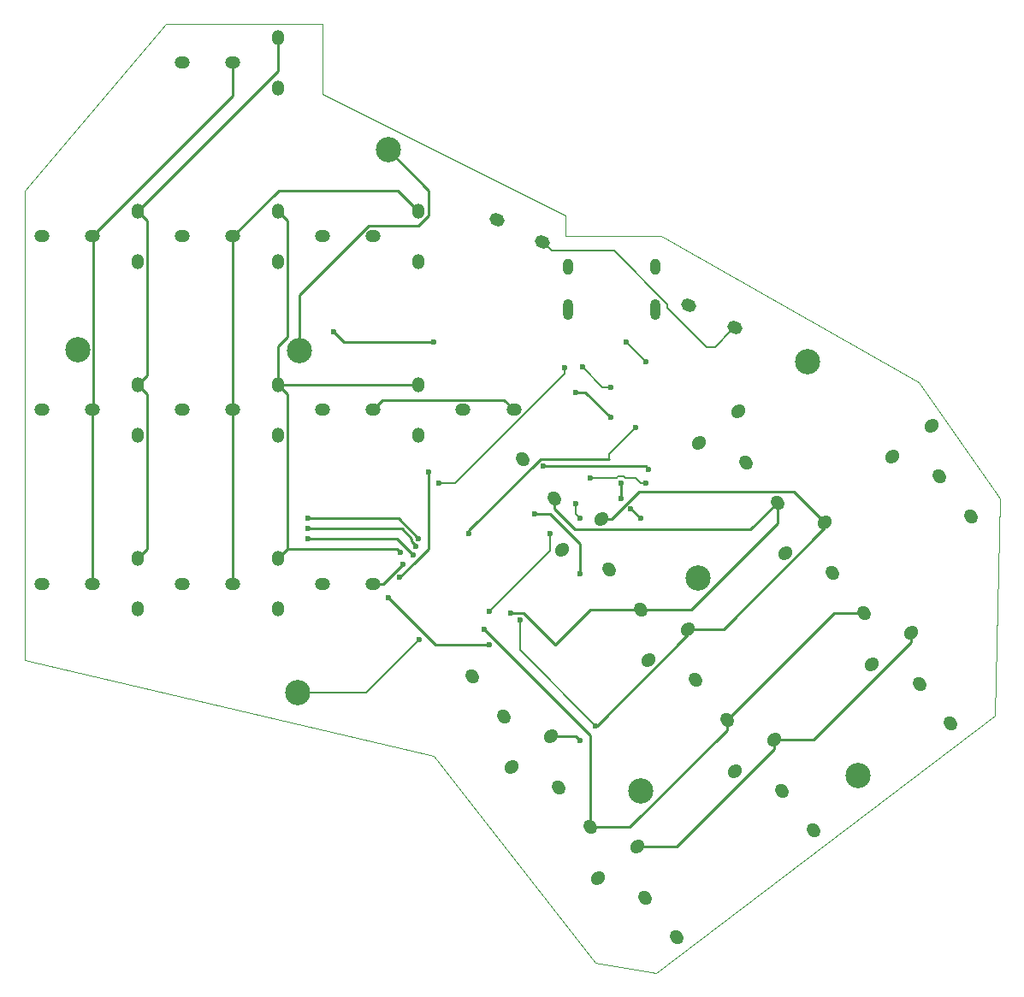
<source format=gbl>
G04 #@! TF.GenerationSoftware,KiCad,Pcbnew,8.0.4*
G04 #@! TF.CreationDate,2024-08-15T05:56:15-07:00*
G04 #@! TF.ProjectId,fixer-otg,66697865-722d-46f7-9467-2e6b69636164,rev?*
G04 #@! TF.SameCoordinates,Original*
G04 #@! TF.FileFunction,Copper,L2,Bot*
G04 #@! TF.FilePolarity,Positive*
%FSLAX46Y46*%
G04 Gerber Fmt 4.6, Leading zero omitted, Abs format (unit mm)*
G04 Created by KiCad (PCBNEW 8.0.4) date 2024-08-15 05:56:15*
%MOMM*%
%LPD*%
G01*
G04 APERTURE LIST*
G04 Aperture macros list*
%AMHorizOval*
0 Thick line with rounded ends*
0 $1 width*
0 $2 $3 position (X,Y) of the first rounded end (center of the circle)*
0 $4 $5 position (X,Y) of the second rounded end (center of the circle)*
0 Add line between two ends*
20,1,$1,$2,$3,$4,$5,0*
0 Add two circle primitives to create the rounded ends*
1,1,$1,$2,$3*
1,1,$1,$4,$5*%
G04 Aperture macros list end*
G04 #@! TA.AperFunction,ComponentPad*
%ADD10O,1.224000X1.524000*%
G04 #@! TD*
G04 #@! TA.AperFunction,ComponentPad*
%ADD11HorizOval,1.224000X0.118202X0.092349X-0.118202X-0.092349X0*%
G04 #@! TD*
G04 #@! TA.AperFunction,ComponentPad*
%ADD12O,1.524000X1.224000*%
G04 #@! TD*
G04 #@! TA.AperFunction,ComponentPad*
%ADD13C,2.500000*%
G04 #@! TD*
G04 #@! TA.AperFunction,ComponentPad*
%ADD14HorizOval,1.224000X0.092349X-0.118202X-0.092349X0.118202X0*%
G04 #@! TD*
G04 #@! TA.AperFunction,ComponentPad*
%ADD15HorizOval,1.224000X0.134819X-0.065756X-0.134819X0.065756X0*%
G04 #@! TD*
G04 #@! TA.AperFunction,ComponentPad*
%ADD16O,1.000000X2.100000*%
G04 #@! TD*
G04 #@! TA.AperFunction,ComponentPad*
%ADD17O,1.000000X1.600000*%
G04 #@! TD*
G04 #@! TA.AperFunction,ViaPad*
%ADD18C,0.600000*%
G04 #@! TD*
G04 #@! TA.AperFunction,Conductor*
%ADD19C,0.250000*%
G04 #@! TD*
G04 #@! TA.AperFunction,Conductor*
%ADD20C,0.200000*%
G04 #@! TD*
G04 #@! TA.AperFunction,Profile*
%ADD21C,0.050000*%
G04 #@! TD*
G04 APERTURE END LIST*
D10*
X91057300Y-88742700D03*
X91057300Y-83742700D03*
D11*
X151826973Y-90859454D03*
X155767027Y-87781146D03*
X136277073Y-121991554D03*
X140217127Y-118913246D03*
D10*
X77157300Y-88742700D03*
X77157300Y-83742700D03*
D12*
X81607300Y-86242700D03*
X86607300Y-86242700D03*
D13*
X132618200Y-102886800D03*
D10*
X77157300Y-105942700D03*
X77157300Y-100942700D03*
D14*
X115313746Y-91098973D03*
X118392054Y-95039027D03*
X132429046Y-113005673D03*
X135507354Y-116945727D03*
D15*
X112753015Y-67404072D03*
X117246985Y-69595928D03*
D13*
X143500000Y-81500000D03*
X93195300Y-80395600D03*
D12*
X67707300Y-86242700D03*
X72707300Y-86242700D03*
D13*
X71229000Y-80243900D03*
X102000000Y-60500000D03*
D12*
X109407300Y-86242700D03*
X114407300Y-86242700D03*
D11*
X149830873Y-111402154D03*
X153770927Y-108323846D03*
D14*
X123871446Y-102052373D03*
X126949754Y-105992427D03*
D10*
X91057300Y-105942700D03*
X91057300Y-100942700D03*
D11*
X141273173Y-100448854D03*
X145213227Y-97370546D03*
D14*
X127433046Y-134548373D03*
X130511354Y-138488427D03*
D13*
X127000000Y-124000000D03*
D12*
X95507300Y-69042700D03*
X100507300Y-69042700D03*
D10*
X77157300Y-71542700D03*
X77157300Y-66542700D03*
D14*
X156536646Y-92826973D03*
X159614954Y-96767027D03*
D10*
X104957300Y-71542700D03*
X104957300Y-66542700D03*
D14*
X137425146Y-91462973D03*
X140503454Y-95403027D03*
D11*
X119161673Y-100084854D03*
X123101727Y-97006546D03*
D12*
X67707300Y-69042700D03*
X72707300Y-69042700D03*
D13*
X93062700Y-114216200D03*
D14*
X140986746Y-123959073D03*
X144065054Y-127899127D03*
D11*
X122723273Y-132580954D03*
X126663327Y-129502646D03*
D14*
X145982846Y-102416273D03*
X149061154Y-106356327D03*
D12*
X95507300Y-86242700D03*
X100507300Y-86242700D03*
X81607300Y-51842700D03*
X86607300Y-51842700D03*
D14*
X118875346Y-123595073D03*
X121953654Y-127535127D03*
D10*
X104957300Y-88742700D03*
X104957300Y-83742700D03*
D11*
X127719373Y-111038154D03*
X131659427Y-107959846D03*
D12*
X81607300Y-69042700D03*
X86607300Y-69042700D03*
D14*
X110317646Y-112641673D03*
X113395954Y-116581727D03*
X154540546Y-113369673D03*
X157618854Y-117309727D03*
D10*
X91057300Y-71542700D03*
X91057300Y-66542700D03*
D12*
X95507300Y-103442700D03*
X100507300Y-103442700D03*
D13*
X148467800Y-122442500D03*
D12*
X67707300Y-103442700D03*
X72707300Y-103442700D03*
D15*
X131753015Y-75904072D03*
X136246985Y-78095928D03*
D10*
X91057300Y-54342700D03*
X91057300Y-49342700D03*
D11*
X132715473Y-89495454D03*
X136655527Y-86417146D03*
D16*
X128422400Y-76291000D03*
D17*
X128422400Y-72111000D03*
D16*
X119782400Y-76291000D03*
D17*
X119782400Y-72111000D03*
D11*
X114165573Y-121627554D03*
X118105627Y-118549246D03*
D12*
X81607300Y-103442700D03*
X86607300Y-103442700D03*
D18*
X124000000Y-87000000D03*
X120500000Y-84500000D03*
X125000000Y-95000000D03*
X105022702Y-108977298D03*
X127000000Y-97000000D03*
X126000000Y-96000000D03*
X125000000Y-93500000D03*
X127500000Y-93500000D03*
X122000000Y-93000000D03*
X121200000Y-82007346D03*
X124000000Y-84000000D03*
X119470698Y-82029302D03*
X107000000Y-93500000D03*
X105987000Y-92402700D03*
X103139799Y-102814797D03*
X96594300Y-78500000D03*
X117325000Y-91805031D03*
X106500000Y-79500000D03*
X127764239Y-92120497D03*
X112000000Y-109500000D03*
X102000000Y-104829699D03*
X121000000Y-97000000D03*
X118000004Y-98500000D03*
X120500000Y-95500000D03*
X112000000Y-106150000D03*
X121000002Y-102500000D03*
X116500000Y-96500000D03*
X127500000Y-81500000D03*
X125500000Y-79500000D03*
X94000000Y-97000000D03*
X105000000Y-99000000D03*
X104467988Y-100612996D03*
X94000000Y-99000000D03*
X111500000Y-108000000D03*
X103223348Y-100345421D03*
X121000000Y-119000000D03*
X115000000Y-107000000D03*
X122500000Y-117500000D03*
X103454803Y-101509001D03*
X114098353Y-106350000D03*
X126500000Y-88000000D03*
X110000000Y-98500000D03*
X94000000Y-98000000D03*
X104699679Y-99795180D03*
D19*
X125000000Y-93500000D02*
X125000000Y-95000000D01*
X124000000Y-87000000D02*
X121500000Y-84500000D01*
X100074881Y-68000000D02*
X104975117Y-68000000D01*
X93195300Y-74879581D02*
X100074881Y-68000000D01*
X93195300Y-80395600D02*
X93195300Y-74879581D01*
X126000000Y-96000000D02*
X127000000Y-97000000D01*
X106000000Y-66975117D02*
X106000000Y-64500000D01*
D20*
X99783800Y-114216200D02*
X105022702Y-108977298D01*
X93062700Y-114216200D02*
X99783800Y-114216200D01*
D19*
X104975117Y-68000000D02*
X106000000Y-66975117D01*
X121500000Y-84500000D02*
X120500000Y-84500000D01*
X106000000Y-64500000D02*
X102000000Y-60500000D01*
D20*
X121200000Y-82007346D02*
X123192654Y-84000000D01*
X127000000Y-93500000D02*
X126500000Y-93000000D01*
X125419239Y-93000000D02*
X125269239Y-92850000D01*
X126500000Y-93000000D02*
X125419239Y-93000000D01*
X124580761Y-93000000D02*
X122000000Y-93000000D01*
X124730761Y-92850000D02*
X124580761Y-93000000D01*
X123192654Y-84000000D02*
X124000000Y-84000000D01*
X125269239Y-92850000D02*
X124730761Y-92850000D01*
X127500000Y-93500000D02*
X127000000Y-93500000D01*
X107000000Y-93500000D02*
X108589762Y-93500000D01*
X118151057Y-70500000D02*
X117246985Y-69595928D01*
X129632896Y-76132896D02*
X129632896Y-75778051D01*
X134342913Y-80000000D02*
X133500000Y-80000000D01*
D19*
X136394114Y-77742372D02*
X136394114Y-78580996D01*
D20*
X129632896Y-75778051D02*
X124354845Y-70500000D01*
X124354845Y-70500000D02*
X118151057Y-70500000D01*
X133500000Y-80000000D02*
X129632896Y-76132896D01*
X135969114Y-78373799D02*
X134342913Y-80000000D01*
X108589762Y-93500000D02*
X119470698Y-82619064D01*
X119470698Y-82619064D02*
X119470698Y-82029302D01*
X135969114Y-78095928D02*
X135969114Y-78373799D01*
D19*
X104747583Y-101287996D02*
X104666600Y-101287996D01*
X105987000Y-100048579D02*
X104747583Y-101287996D01*
X105987000Y-92402700D02*
X105987000Y-100048579D01*
X104666600Y-101287996D02*
X103139799Y-102814797D01*
X127448773Y-91805031D02*
X117325000Y-91805031D01*
X97594300Y-79500000D02*
X106500000Y-79500000D01*
X96594300Y-78500000D02*
X97594300Y-79500000D01*
X127764239Y-92120497D02*
X127448773Y-91805031D01*
X112000000Y-109500000D02*
X106670301Y-109500000D01*
X106670301Y-109500000D02*
X102000000Y-104829699D01*
D20*
X120500000Y-95500000D02*
X120500000Y-96500000D01*
X118000004Y-100149996D02*
X118000004Y-98500000D01*
X120500000Y-96500000D02*
X121000000Y-97000000D01*
X112000000Y-106150000D02*
X118000004Y-100149996D01*
D19*
X120999998Y-102499996D02*
X121000002Y-102500000D01*
X120999998Y-99499998D02*
X120999998Y-102499996D01*
X116500000Y-96500000D02*
X118000000Y-96500000D01*
X118000000Y-96500000D02*
X120999998Y-99499998D01*
D20*
X125500000Y-79500000D02*
X127500000Y-81500000D01*
D19*
X72707300Y-69042699D02*
X72707300Y-69292700D01*
X94000000Y-97000000D02*
X103000000Y-97000000D01*
X72707300Y-86242699D02*
X72707300Y-103442699D01*
X86607300Y-51842699D02*
X86607300Y-55142699D01*
X72707300Y-69292700D02*
X72804000Y-69389400D01*
X103000000Y-97000000D02*
X105000000Y-99000000D01*
X72804000Y-86145999D02*
X72707300Y-86242699D01*
X86607300Y-55142699D02*
X72707300Y-69042699D01*
X72804000Y-69389400D02*
X72804000Y-86145999D01*
X140217126Y-119782874D02*
X130497353Y-129502647D01*
X130497353Y-129502647D02*
X126663326Y-129502647D01*
X144086753Y-118913247D02*
X140217126Y-118913247D01*
X153770926Y-109229074D02*
X144086753Y-118913247D01*
X140217126Y-118913247D02*
X140217126Y-119782874D01*
X153770926Y-108323847D02*
X153770926Y-109229074D01*
X86607300Y-86242699D02*
X86607300Y-103442699D01*
X102854992Y-99000000D02*
X104467988Y-100612996D01*
X104957299Y-66542700D02*
X102914599Y-64500000D01*
X86607300Y-69042699D02*
X86607300Y-86242699D01*
X91149999Y-64500000D02*
X86607300Y-69042699D01*
X94000000Y-99000000D02*
X102854992Y-99000000D01*
X102914599Y-64500000D02*
X91149999Y-64500000D01*
X125898155Y-127535126D02*
X121953653Y-127535126D01*
X121953653Y-127535126D02*
X121953653Y-118453653D01*
X135507353Y-116945726D02*
X135507353Y-117925928D01*
X121953653Y-118453653D02*
X111500000Y-108000000D01*
X149061153Y-106356326D02*
X146096753Y-106356326D01*
X146096753Y-106356326D02*
X135507353Y-116945726D01*
X135507353Y-117925928D02*
X125898155Y-127535126D01*
X104957299Y-83742700D02*
X91057299Y-83742700D01*
X91994301Y-79005699D02*
X91057299Y-79942701D01*
X91999999Y-100000000D02*
X91994301Y-100005698D01*
X91994301Y-100005698D02*
X91994301Y-84679702D01*
X91057299Y-79942701D02*
X91057299Y-83742700D01*
X91994301Y-67479702D02*
X91994301Y-79005699D01*
X91057299Y-100942700D02*
X91994301Y-100005698D01*
X102877927Y-100000000D02*
X91999999Y-100000000D01*
X91057299Y-66542700D02*
X91994301Y-67479702D01*
X91994301Y-84679702D02*
X91057299Y-83742700D01*
X103223348Y-100345421D02*
X102877927Y-100000000D01*
D20*
X115000000Y-107000000D02*
X115000000Y-110000000D01*
D19*
X142155919Y-94313240D02*
X145213226Y-97370547D01*
X123101726Y-97006547D02*
X124081928Y-97006547D01*
X124081928Y-97006547D02*
X126775235Y-94313240D01*
X122665515Y-117500000D02*
X122500000Y-117500000D01*
X145213226Y-97916789D02*
X135170168Y-107959847D01*
X131659426Y-108506089D02*
X122665515Y-117500000D01*
X126775235Y-94313240D02*
X142155919Y-94313240D01*
X121000000Y-119000000D02*
X120549247Y-118549247D01*
X131659426Y-107959847D02*
X131659426Y-108506089D01*
D20*
X115000000Y-110000000D02*
X122500000Y-117500000D01*
D19*
X120549247Y-118549247D02*
X118105626Y-118549247D01*
X135170168Y-107959847D02*
X131659426Y-107959847D01*
X145213226Y-97370547D02*
X145213226Y-97916789D01*
X101521105Y-103442699D02*
X103454803Y-101509001D01*
X101444298Y-85305701D02*
X113470302Y-85305701D01*
X100507300Y-103442699D02*
X101521105Y-103442699D01*
X113470302Y-85305701D02*
X114407300Y-86242699D01*
X100507300Y-86242699D02*
X101444298Y-85305701D01*
X118500000Y-109500000D02*
X115350000Y-106350000D01*
X122007574Y-105992426D02*
X118500000Y-109500000D01*
X118392053Y-95039026D02*
X118392053Y-96019228D01*
X140503453Y-95403026D02*
X140503453Y-97496547D01*
X126949753Y-105992426D02*
X122007574Y-105992426D01*
X140503453Y-97496547D02*
X132007574Y-105992426D01*
X118392053Y-96019228D02*
X120449037Y-98076212D01*
X115350000Y-106350000D02*
X114098353Y-106350000D01*
X137830267Y-98076212D02*
X140503453Y-95403026D01*
X120449037Y-98076212D02*
X137830267Y-98076212D01*
X132007574Y-105992426D02*
X126949753Y-105992426D01*
X117045405Y-91130031D02*
X110000000Y-98175436D01*
D20*
X123845079Y-90654921D02*
X123845079Y-91130031D01*
X126500000Y-88000000D02*
X123845079Y-90654921D01*
D19*
X110000000Y-98175436D02*
X110000000Y-98500000D01*
X123845079Y-91130031D02*
X117045405Y-91130031D01*
X78094301Y-82805698D02*
X77157299Y-83742700D01*
X104699679Y-99654274D02*
X104699679Y-99795180D01*
X78094301Y-100005698D02*
X77157299Y-100942700D01*
X78094301Y-67479702D02*
X78094301Y-82805698D01*
X104325000Y-99279595D02*
X104699679Y-99654274D01*
X78094301Y-84679702D02*
X78094301Y-100005698D01*
X104325000Y-98961396D02*
X104325000Y-99279595D01*
X94000000Y-98000000D02*
X103363604Y-98000000D01*
X91057299Y-52642700D02*
X77157299Y-66542700D01*
X103363604Y-98000000D02*
X104325000Y-98961396D01*
X77157299Y-66542700D02*
X78094301Y-67479702D01*
X77157299Y-83742700D02*
X78094301Y-84679702D01*
X91057299Y-49342700D02*
X91057299Y-52642700D01*
D21*
X95500000Y-55000000D02*
X119500000Y-67000000D01*
X119500000Y-67000000D02*
X119500000Y-69000000D01*
X95500000Y-48000000D02*
X80000000Y-48000000D01*
X119500000Y-69000000D02*
X129000000Y-69000000D01*
X122500000Y-141000000D02*
X128500000Y-142000000D01*
X66000000Y-64500000D02*
X66000000Y-111000000D01*
X80000000Y-48000000D02*
X66000000Y-64500000D01*
X162500000Y-95000000D02*
X154500000Y-83500000D01*
X95500000Y-55000000D02*
X95500000Y-48000000D01*
X106500000Y-120500000D02*
X122500000Y-141000000D01*
X128500000Y-142000000D02*
X162000000Y-116500000D01*
X129000000Y-69000000D02*
X154500000Y-83500000D01*
X66000000Y-111000000D02*
X106500000Y-120500000D01*
X162000000Y-116500000D02*
X162500000Y-95000000D01*
M02*

</source>
